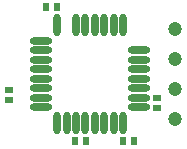
<source format=gbs>
G04*
G04 #@! TF.GenerationSoftware,Altium Limited,Altium Designer,18.1.9 (240)*
G04*
G04 Layer_Color=16711935*
%FSLAX25Y25*%
%MOIN*%
G70*
G01*
G75*
%ADD33R,0.02375X0.02769*%
%ADD38R,0.02769X0.02375*%
%ADD45C,0.04737*%
%ADD46O,0.02572X0.07493*%
%ADD47O,0.07493X0.02572*%
D33*
X363929Y261000D02*
D03*
X367472Y261000D02*
D03*
X341871Y305700D02*
D03*
X338328Y305700D02*
D03*
X351371Y261000D02*
D03*
X347828Y261000D02*
D03*
D38*
X325700Y274729D02*
D03*
Y278075D02*
D03*
X375300Y272229D02*
D03*
Y275575D02*
D03*
D45*
X381300Y298300D02*
D03*
Y288300D02*
D03*
Y278300D02*
D03*
Y268300D02*
D03*
D03*
D46*
X363924Y267179D02*
D03*
X360774D02*
D03*
X357624D02*
D03*
X354475D02*
D03*
X351325D02*
D03*
X348176D02*
D03*
X345026D02*
D03*
X341876D02*
D03*
X341876Y299669D02*
D03*
X348176D02*
D03*
X351325D02*
D03*
X354475D02*
D03*
X357624D02*
D03*
X360774D02*
D03*
X363924D02*
D03*
D47*
X336655Y272376D02*
D03*
Y275526D02*
D03*
Y278676D02*
D03*
Y281825D02*
D03*
Y284975D02*
D03*
Y288124D02*
D03*
Y291274D02*
D03*
Y294424D02*
D03*
X369145Y291274D02*
D03*
Y288124D02*
D03*
Y284975D02*
D03*
Y281825D02*
D03*
Y278676D02*
D03*
Y275526D02*
D03*
Y272376D02*
D03*
M02*

</source>
